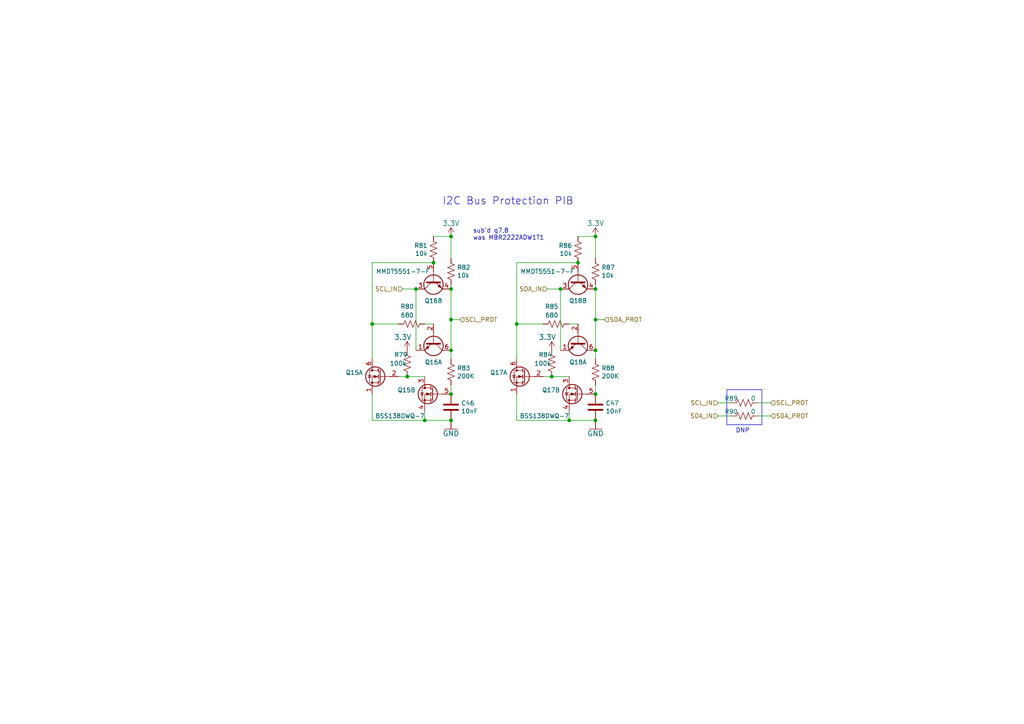
<source format=kicad_sch>
(kicad_sch (version 20230121) (generator eeschema)
  (paper "A4")
  (title_block (company "Sierra Lobo INC"))
  (lib_symbols
    (symbol "Device:C" (pin_numbers hide) (pin_names (offset 0.254))
      (property "Reference" "C" (at 0.635 2.54 0))
      (property "Value" "C" (at 0.635 -2.54 0))
      (symbol "C_0_1"
        (polyline (pts (xy -2.032 -0.762) (xy 2.032 -0.762)) (stroke (width 0.508)))
        (polyline (pts (xy -2.032 0.762) (xy 2.032 0.762)) (stroke (width 0.508)))
      )
      (symbol "C_1_1"
        (pin passive line (at 0 3.81 270) (length 2.794) (name "~") (number "1"))
        (pin passive line (at 0 -3.81 90) (length 2.794) (name "~") (number "2"))
      )
    )
    (symbol "Device:R_US" (pin_numbers hide) (pin_names (offset 0))
      (property "Reference" "R" (at 2.54 0 90))
      (property "Value" "R_US" (at -2.54 0 90))
      (symbol "R_US_0_1"
        (polyline (pts (xy 0 -2.286) (xy 0 -2.54)))
        (polyline (pts (xy 0 2.286) (xy 0 2.54)))
        (polyline (pts (xy 0 -0.762) (xy 1.016 -1.143) (xy 0 -1.524) (xy -1.016 -1.905) (xy 0 -2.286)))
        (polyline (pts (xy 0 0.762) (xy 1.016 0.381) (xy 0 0) (xy -1.016 -0.381) (xy 0 -0.762)))
        (polyline (pts (xy 0 2.286) (xy 1.016 1.905) (xy 0 1.524) (xy -1.016 1.143) (xy 0 0.762)))
      )
      (symbol "R_US_1_1"
        (pin passive line (at 0 3.81 270) (length 1.27) (name "~") (number "1"))
        (pin passive line (at 0 -3.81 90) (length 1.27) (name "~") (number "2"))
      )
    )
    (symbol "mainboard-rescue:MBT2222ADW1T1-Transistor_BJT-mainboard-rescue" (pin_names (offset 0) hide)
      (property "Reference" "Q" (at 5.08 1.27 0))
      (property "Value" "MBT2222ADW1T1-Transistor_BJT-mainboard-rescue" (at 5.08 -1.27 0))
      (symbol "MBT2222ADW1T1-Transistor_BJT-mainboard-rescue_0_1"
        (polyline (pts (xy 0.635 0) (xy -2.54 0)))
        (polyline (pts (xy 0.635 0.635) (xy 2.54 2.54)))
        (polyline (pts (xy 0.635 -0.635) (xy 2.54 -2.54) (xy 2.54 -2.54)))
        (polyline (pts (xy 0.635 1.905) (xy 0.635 -1.905) (xy 0.635 -1.905)) (stroke (width 0.508)))
        (polyline (pts (xy 1.27 -1.778) (xy 1.778 -1.27) (xy 2.286 -2.286) (xy 1.27 -1.778) (xy 1.27 -1.778)) (fill (type outline)))
        (circle (center 1.27 0) (radius 2.8194) (stroke (width 0.254)))
      )
      (symbol "MBT2222ADW1T1-Transistor_BJT-mainboard-rescue_1_1"
        (pin passive line (at 2.54 -5.08 90) (length 2.54) (name "E1") (number "1"))
        (pin input line (at -5.08 0 0) (length 2.54) (name "B1") (number "2"))
        (pin passive line (at 2.54 5.08 270) (length 2.54) (name "C1") (number "6"))
      )
      (symbol "MBT2222ADW1T1-Transistor_BJT-mainboard-rescue_2_1"
        (pin passive line (at 2.54 5.08 270) (length 2.54) (name "C2") (number "3"))
        (pin passive line (at 2.54 -5.08 90) (length 2.54) (name "E2") (number "4"))
        (pin input line (at -5.08 0 0) (length 2.54) (name "B2") (number "5"))
      )
    )
    (symbol "mainboard:3.3V" (power) (pin_names (offset 1.016))
      (property "Value" "3.3V" (at -1.016 3.556 0))
      (symbol "3.3V_1_0"
        (polyline (pts (xy 0 2.54) (xy -0.762 1.27)))
        (polyline (pts (xy 0.762 1.27) (xy 0 2.54)))
        (pin power_in line (at 0 0 90) (length 2.54) (name "3.3V") (number "1"))
      )
    )
    (symbol "mainboard:BSS138DWQ-7" (pin_names (offset 0.762) hide)
      (property "Reference" "Q" (at -2.54 5.08 0))
      (property "Value" "BSS138DWQ-7" (at 3.81 6.35 0))
      (symbol "BSS138DWQ-7_1_1"
        (polyline (pts (xy -1.016 0) (xy -3.81 0)))
        (polyline (pts (xy -1.016 1.905) (xy -1.016 -1.905)) (stroke (width 0.254)))
        (polyline (pts (xy -0.508 -1.27) (xy -0.508 -2.286)) (stroke (width 0.254)))
        (polyline (pts (xy -0.508 0.508) (xy -0.508 -0.508)) (stroke (width 0.254)))
        (polyline (pts (xy -0.508 2.286) (xy -0.508 1.27)) (stroke (width 0.254)))
        (polyline (pts (xy 1.27 2.54) (xy 1.27 1.778)))
        (polyline (pts (xy 1.27 -2.54) (xy 1.27 0) (xy -0.508 0)))
        (polyline (pts (xy -0.508 -1.778) (xy 2.032 -1.778) (xy 2.032 1.778) (xy -0.508 1.778)))
        (polyline (pts (xy -0.254 0) (xy 0.762 0.381) (xy 0.762 -0.381) (xy -0.254 0)) (fill (type outline)))
        (polyline (pts (xy 1.524 0.508) (xy 1.651 0.381) (xy 2.413 0.381) (xy 2.54 0.254)))
        (polyline (pts (xy 2.032 0.381) (xy 1.651 -0.254) (xy 2.413 -0.254) (xy 2.032 0.381)))
        (circle (center 0.381 0) (radius 2.794) (stroke (width 0.254)))
        (circle (center 1.27 -1.778) (radius 0.254) (fill (type outline)))
        (circle (center 1.27 1.778) (radius 0.254) (fill (type outline)))
        (pin passive line (at 1.27 -5.08 90) (length 2.54) (name "S2") (number "1"))
        (pin input line (at -6.35 0 0) (length 2.54) (name "G2") (number "2"))
        (pin passive line (at 1.27 5.08 270) (length 2.54) (name "D1") (number "6"))
      )
      (symbol "BSS138DWQ-7_2_1"
        (polyline (pts (xy -1.016 0) (xy -3.81 0)))
        (polyline (pts (xy -1.016 1.905) (xy -1.016 -1.905)) (stroke (width 0.254)))
        (polyline (pts (xy -0.508 -1.27) (xy -0.508 -2.286)) (stroke (width 0.254)))
        (polyline (pts (xy -0.508 0.508) (xy -0.508 -0.508)) (stroke (width 0.254)))
        (polyline (pts (xy -0.508 2.286) (xy -0.508 1.27)) (stroke (width 0.254)))
        (polyline (pts (xy 1.27 2.54) (xy 1.27 1.778)))
        (polyline (pts (xy 1.27 -2.54) (xy 1.27 0) (xy -0.508 0)))
        (polyline (pts (xy -0.508 -1.778) (xy 2.032 -1.778) (xy 2.032 1.778) (xy -0.508 1.778)))
        (polyline (pts (xy -0.254 0) (xy 0.762 0.381) (xy 0.762 -0.381) (xy -0.254 0)) (fill (type outline)))
        (polyline (pts (xy 1.524 0.508) (xy 1.651 0.381) (xy 2.413 0.381) (xy 2.54 0.254)))
        (polyline (pts (xy 2.032 0.381) (xy 1.651 -0.254) (xy 2.413 -0.254) (xy 2.032 0.381)))
        (circle (center 0.381 0) (radius 2.794) (stroke (width 0.254)))
        (circle (center 1.27 -1.778) (radius 0.254) (fill (type outline)))
        (circle (center 1.27 1.778) (radius 0.254) (fill (type outline)))
        (pin passive line (at 1.27 5.08 270) (length 2.54) (name "D2") (number "3"))
        (pin passive line (at 1.27 -5.08 90) (length 2.54) (name "S1") (number "4"))
        (pin input line (at -6.35 0 0) (length 2.54) (name "G1") (number "5"))
      )
    )
    (symbol "mainboard:GND" (power) (pin_names (offset 1.016))
      (property "Value" "GND" (at -2.54 -2.54 0))
      (symbol "GND_1_0"
        (polyline (pts (xy -1.905 0) (xy 1.905 0)))
        (pin power_in line (at 0 2.54 270) (length 2.54) (name "GND") (number "1"))
      )
    )
  )
  (junction (at 120.65 83.82))
  (junction (at 172.72 121.92))
  (junction (at 118.11 109.22))
  (junction (at 130.81 114.3))
  (junction (at 149.86 93.98))
  (junction (at 172.72 92.71))
  (junction (at 172.72 114.3))
  (junction (at 107.95 93.98))
  (junction (at 125.73 76.2))
  (junction (at 167.64 76.2))
  (junction (at 130.81 92.71))
  (junction (at 172.72 101.6))
  (junction (at 123.19 121.92))
  (junction (at 165.1 121.92))
  (junction (at 172.72 68.58))
  (junction (at 130.81 101.6))
  (junction (at 172.72 83.82))
  (junction (at 130.81 68.58))
  (junction (at 130.81 121.92))
  (junction (at 130.81 83.82))
  (junction (at 162.56 83.82))
  (junction (at 160.02 109.22))
  (wire (pts (xy 219.71 116.84) (xy 223.52 116.84)))
  (wire (pts (xy 130.81 104.14) (xy 130.81 101.6)))
  (wire (pts (xy 123.19 121.92) (xy 130.81 121.92)))
  (wire (pts (xy 149.86 93.98) (xy 157.48 93.98)))
  (wire (pts (xy 160.02 109.22) (xy 157.48 109.22)))
  (wire (pts (xy 130.81 82.55) (xy 130.81 83.82)))
  (wire (pts (xy 149.86 76.2) (xy 167.64 76.2)))
  (wire (pts (xy 172.72 104.14) (xy 172.72 101.6)))
  (wire (pts (xy 149.86 93.98) (xy 149.86 76.2)))
  (polyline (pts (xy 210.82 113.03) (xy 210.82 123.19)))
  (wire (pts (xy 172.72 101.6) (xy 172.72 92.71)))
  (wire (pts (xy 172.72 82.55) (xy 172.72 83.82)))
  (wire (pts (xy 149.86 104.14) (xy 149.86 93.98)))
  (wire (pts (xy 123.19 109.22) (xy 118.11 109.22)))
  (wire (pts (xy 162.56 83.82) (xy 162.56 101.6)))
  (wire (pts (xy 175.26 92.71) (xy 172.72 92.71)))
  (wire (pts (xy 107.95 93.98) (xy 115.57 93.98)))
  (wire (pts (xy 130.81 101.6) (xy 130.81 92.71)))
  (polyline (pts (xy 210.82 113.03) (xy 220.98 113.03)))
  (wire (pts (xy 149.86 121.92) (xy 165.1 121.92)))
  (wire (pts (xy 120.65 83.82) (xy 120.65 101.6)))
  (wire (pts (xy 107.95 121.92) (xy 123.19 121.92)))
  (wire (pts (xy 130.81 92.71) (xy 130.81 83.82)))
  (wire (pts (xy 158.75 83.82) (xy 162.56 83.82)))
  (wire (pts (xy 133.35 92.71) (xy 130.81 92.71)))
  (polyline (pts (xy 220.98 123.19) (xy 220.98 113.03)))
  (wire (pts (xy 118.11 109.22) (xy 115.57 109.22)))
  (wire (pts (xy 167.64 93.98) (xy 165.1 93.98)))
  (wire (pts (xy 172.72 68.58) (xy 172.72 74.93)))
  (wire (pts (xy 107.95 76.2) (xy 125.73 76.2)))
  (wire (pts (xy 208.28 116.84) (xy 212.09 116.84)))
  (wire (pts (xy 107.95 93.98) (xy 107.95 76.2)))
  (wire (pts (xy 130.81 111.76) (xy 130.81 114.3)))
  (wire (pts (xy 107.95 104.14) (xy 107.95 93.98)))
  (wire (pts (xy 219.71 120.65) (xy 223.52 120.65)))
  (wire (pts (xy 107.95 114.3) (xy 107.95 121.92)))
  (wire (pts (xy 172.72 92.71) (xy 172.72 83.82)))
  (wire (pts (xy 165.1 121.92) (xy 172.72 121.92)))
  (wire (pts (xy 125.73 93.98) (xy 123.19 93.98)))
  (polyline (pts (xy 210.82 123.19) (xy 220.98 123.19)))
  (wire (pts (xy 130.81 68.58) (xy 125.73 68.58)))
  (wire (pts (xy 172.72 68.58) (xy 167.64 68.58)))
  (wire (pts (xy 165.1 109.22) (xy 160.02 109.22)))
  (wire (pts (xy 149.86 114.3) (xy 149.86 121.92)))
  (wire (pts (xy 172.72 111.76) (xy 172.72 114.3)))
  (wire (pts (xy 130.81 74.93) (xy 130.81 68.58)))
  (wire (pts (xy 116.84 83.82) (xy 120.65 83.82)))
  (wire (pts (xy 208.28 120.65) (xy 212.09 120.65)))
  (wire (pts (xy 165.1 119.38) (xy 165.1 121.92)))
  (wire (pts (xy 123.19 119.38) (xy 123.19 121.92)))
  (text "sub'd q7,8\nwas MBR2222ADW1T1" (at 137.16 69.85 0) (effects (font (size 1.27 1.27)) (justify left bottom)))
  (text "DNP" (at 213.36 125.73 0) (effects (font (size 1.27 1.27)) (justify left bottom)))
  (text "I2C Bus Protection PIB" (at 128.27 59.69 0) (effects (font (size 2.159 2.159)) (justify left bottom)))
  (hierarchical_label "SCL_IN" (shape input) (at 116.84 83.82 180))
  (hierarchical_label "SDA_IN" (shape input) (at 208.28 120.65 180))
  (hierarchical_label "SDA_PROT" (shape input) (at 175.26 92.71 0))
  (hierarchical_label "SDA_PROT" (shape input) (at 223.52 120.65 0))
  (hierarchical_label "SCL_PROT" (shape input) (at 133.35 92.71 0))
  (hierarchical_label "SCL_PROT" (shape input) (at 223.52 116.84 0))
  (hierarchical_label "SCL_IN" (shape input) (at 208.28 116.84 180))
  (hierarchical_label "SDA_IN" (shape input) (at 158.75 83.82 180))
  (symbol (lib_id "Device:R_US") (at 172.72 78.74 0) (unit 1)
    (property "Reference" "R87" (at 174.4472 77.5716 0) (effects (justify left)))
    (property "Value" "10k" (at 174.4472 79.883 0) (effects (justify left)))
    (property "Footprint" "Resistor_SMD:R_0603_1608Metric" (effects hide))
    (instances (project "FP Interface Card" (path "" (reference "R87") (unit 1)) (path "" (reference "R64") (unit 1))))
  )
  (symbol (lib_id "mainboard:BSS138DWQ-7") (at 166.37 114.3 0) (mirror y) (unit 2)
    (property "Reference" "Q17" (at 162.433 113.1316 0) (effects (justify left)))
    (property "Value" "BSS138DWQ-7" (effects hide))
    (property "Footprint" "Package_TO_SOT_SMD:SOT-363_SC-70-6" (effects hide))
    (property "Datasheet" "https://www.diodes.com/assets/Datasheets/BSS138DWQ.pdf" (effects hide))
    (instances (project "FP Interface Card" (path "" (reference "Q17") (unit 2)) (path "" (reference "Q13") (unit 2))))
  )
  (symbol (lib_id "Device:C") (at 130.81 118.11 0) (unit 1)
    (property "Reference" "C46" (at 133.731 116.9416 0) (effects (justify left)))
    (property "Value" "10nF" (at 133.731 119.253 0) (effects (justify left)))
    (property "Footprint" "Capacitor_SMD:C_0603_1608Metric" (effects hide))
    (instances (project "FP Interface Card" (path "" (reference "C46") (unit 1)) (path "" (reference "C33") (unit 1))))
  )
  (symbol (lib_id "mainboard-rescue:MBT2222ADW1T1-Transistor_BJT-mainboard-rescue") (at 125.73 99.06 270) (unit 1)
    (property "Reference" "Q16" (at 125.73 105.0544 90))
    (property "Value" "MMDT5551-7-F" (effects hide))
    (property "Footprint" "Package_TO_SOT_SMD:SOT-363_SC-70-6" (effects hide))
    (instances (project "FP Interface Card" (path "" (reference "Q16") (unit 1)) (path "" (reference "Q12") (unit 1))))
  )
  (symbol (lib_id "Device:R_US") (at 119.38 93.98 270) (unit 1)
    (property "Reference" "R80" (at 118.11 88.9 90))
    (property "Value" "680" (at 118.11 91.44 90))
    (property "Footprint" "Resistor_SMD:R_0603_1608Metric" (effects hide))
    (instances (project "FP Interface Card" (path "" (reference "R80") (unit 1)) (path "" (reference "R57") (unit 1))))
  )
  (symbol (lib_id "Device:R_US") (at 130.81 78.74 0) (unit 1)
    (property "Reference" "R82" (at 132.5372 77.5716 0) (effects (justify left)))
    (property "Value" "10k" (at 132.5372 79.883 0) (effects (justify left)))
    (property "Footprint" "Resistor_SMD:R_0603_1608Metric" (effects hide))
    (instances (project "FP Interface Card" (path "" (reference "R82") (unit 1)) (path "" (reference "R59") (unit 1))))
  )
  (symbol (lib_id "Device:R_US") (at 130.81 107.95 0) (unit 1)
    (property "Reference" "R83" (at 132.5372 106.7816 0) (effects (justify left)))
    (property "Value" "200K" (at 132.5372 109.093 0) (effects (justify left)))
    (property "Footprint" "Resistor_SMD:R_0603_1608Metric" (effects hide))
    (instances (project "FP Interface Card" (path "" (reference "R83") (unit 1)) (path "" (reference "R60") (unit 1))))
  )
  (symbol (lib_id "Device:R_US") (at 125.73 72.39 0) (unit 1)
    (property "Reference" "R81" (at 124.0282 71.2216 0) (effects (justify right)))
    (property "Value" "10k" (at 124.0282 73.533 0) (effects (justify right)))
    (property "Footprint" "Resistor_SMD:R_0603_1608Metric" (effects hide))
    (instances (project "FP Interface Card" (path "" (reference "R81") (unit 1)) (path "" (reference "R58") (unit 1))))
  )
  (symbol (lib_id "mainboard:BSS138DWQ-7") (at 124.46 114.3 0) (mirror y) (unit 2)
    (property "Reference" "Q15" (at 120.523 113.1316 0) (effects (justify left)))
    (property "Value" "BSS138DWQ-7" (effects hide))
    (property "Footprint" "Package_TO_SOT_SMD:SOT-363_SC-70-6" (effects hide))
    (property "Datasheet" "https://www.diodes.com/assets/Datasheets/BSS138DWQ.pdf" (effects hide))
    (instances (project "FP Interface Card" (path "" (reference "Q15") (unit 2)) (path "" (reference "Q11") (unit 2))))
  )
  (symbol (lib_id "mainboard:BSS138DWQ-7") (at 109.22 109.22 0) (mirror y) (unit 1)
    (property "Reference" "Q15" (at 105.283 108.0516 0) (effects (justify left)))
    (property "Value" "BSS138DWQ-7" (at 123.19 120.65 0) (effects (justify left)))
    (property "Footprint" "Package_TO_SOT_SMD:SOT-363_SC-70-6" (effects hide))
    (property "Datasheet" "https://www.diodes.com/assets/Datasheets/BSS138DWQ.pdf" (effects hide))
    (instances (project "FP Interface Card" (path "" (reference "Q15") (unit 1)) (path "" (reference "Q11") (unit 1))))
  )
  (symbol (lib_id "mainboard-rescue:MBT2222ADW1T1-Transistor_BJT-mainboard-rescue") (at 167.64 81.28 90) (mirror x) (unit 2)
    (property "Reference" "Q18" (at 167.64 87.249 90))
    (property "Value" "MMDT5551-7-F" (at 158.75 78.74 90))
    (property "Footprint" "Package_TO_SOT_SMD:SOT-363_SC-70-6" (effects hide))
    (instances (project "FP Interface Card" (path "" (reference "Q18") (unit 2)) (path "" (reference "Q14") (unit 2))))
  )
  (symbol (lib_id "mainboard:BSS138DWQ-7") (at 151.13 109.22 0) (mirror y) (unit 1)
    (property "Reference" "Q17" (at 147.193 108.0516 0) (effects (justify left)))
    (property "Value" "BSS138DWQ-7" (at 165.1 120.65 0) (effects (justify left)))
    (property "Footprint" "Package_TO_SOT_SMD:SOT-363_SC-70-6" (effects hide))
    (property "Datasheet" "https://www.diodes.com/assets/Datasheets/BSS138DWQ.pdf" (effects hide))
    (instances (project "FP Interface Card" (path "" (reference "Q17") (unit 1)) (path "" (reference "Q13") (unit 1))))
  )
  (symbol (lib_id "mainboard-rescue:MBT2222ADW1T1-Transistor_BJT-mainboard-rescue") (at 167.64 99.06 270) (unit 1)
    (property "Reference" "Q18" (at 167.64 105.0544 90))
    (property "Value" "MMDT5551-7-F" (effects hide))
    (property "Footprint" "Package_TO_SOT_SMD:SOT-363_SC-70-6" (effects hide))
    (instances (project "FP Interface Card" (path "" (reference "Q18") (unit 1)) (path "" (reference "Q14") (unit 1))))
  )
  (symbol (lib_id "Device:R_US") (at 167.64 72.39 0) (unit 1)
    (property "Reference" "R86" (at 165.9382 71.2216 0) (effects (justify right)))
    (property "Value" "10k" (at 165.9382 73.533 0) (effects (justify right)))
    (property "Footprint" "Resistor_SMD:R_0603_1608Metric" (effects hide))
    (instances (project "FP Interface Card" (path "" (reference "R86") (unit 1)) (path "" (reference "R63") (unit 1))))
  )
  (symbol (lib_id "Device:R_US") (at 118.11 105.41 0) (unit 1)
    (property "Reference" "R79" (at 114.3 102.87 0) (effects (justify left)))
    (property "Value" "100k" (at 113.03 105.41 0) (effects (justify left)))
    (property "Footprint" "Resistor_SMD:R_0603_1608Metric" (effects hide))
    (instances (project "FP Interface Card" (path "" (reference "R79") (unit 1)) (path "" (reference "R56") (unit 1))))
  )
  (symbol (lib_id "Device:C") (at 172.72 118.11 0) (unit 1)
    (property "Reference" "C47" (at 175.641 116.9416 0) (effects (justify left)))
    (property "Value" "10nF" (at 175.641 119.253 0) (effects (justify left)))
    (property "Footprint" "Capacitor_SMD:C_0603_1608Metric" (effects hide))
    (instances (project "FP Interface Card" (path "" (reference "C47") (unit 1)) (path "" (reference "C34") (unit 1))))
  )
  (symbol (lib_id "mainboard:3.3V") (at 130.81 68.58 0) (unit 1)
    (property "Reference" "#P+06" (effects hide))
    (property "Value" "3.3V" (at 130.81 64.77 0) (effects (font (size 1.4986 1.4986))))
    (instances (project "FP Interface Card" (path "" (reference "#P+06") (unit 1)) (path "" (reference "#P+02") (unit 1))))
  )
  (symbol (lib_id "mainboard:3.3V") (at 160.02 101.6 0) (unit 1)
    (property "Reference" "#P+07" (effects hide))
    (property "Value" "3.3V" (at 158.75 97.79 0) (effects (font (size 1.4986 1.4986))))
    (instances (project "FP Interface Card" (path "" (reference "#P+07") (unit 1)) (path "" (reference "#P+03") (unit 1))))
  )
  (symbol (lib_id "mainboard:GND") (at 172.72 124.46 0) (unit 1)
    (property "Reference" "#GND04" (effects hide))
    (property "Value" "GND" (at 172.72 125.73 0) (effects (font (size 1.4986 1.4986))))
    (instances (project "FP Interface Card" (path "" (reference "#GND04") (unit 1)) (path "" (reference "#GND02") (unit 1))))
  )
  (symbol (lib_id "Device:R_US") (at 215.9 116.84 270) (unit 1)
    (property "Reference" "R89" (at 212.09 115.57 90))
    (property "Value" "0" (at 218.44 115.57 90))
    (property "Footprint" "Resistor_SMD:R_0603_1608Metric" (effects hide))
    (instances (project "FP Interface Card" (path "" (reference "R89") (unit 1)) (path "" (reference "R66") (unit 1))))
  )
  (symbol (lib_id "mainboard-rescue:MBT2222ADW1T1-Transistor_BJT-mainboard-rescue") (at 125.73 81.28 90) (mirror x) (unit 2)
    (property "Reference" "Q16" (at 125.73 87.249 90))
    (property "Value" "MMDT5551-7-F" (at 116.84 78.74 90))
    (property "Footprint" "Package_TO_SOT_SMD:SOT-363_SC-70-6" (effects hide))
    (instances (project "FP Interface Card" (path "" (reference "Q16") (unit 2)) (path "" (reference "Q12") (unit 2))))
  )
  (symbol (lib_id "Device:R_US") (at 215.9 120.65 270) (unit 1)
    (property "Reference" "R90" (at 212.09 119.38 90))
    (property "Value" "0" (at 218.44 119.38 90))
    (property "Footprint" "Resistor_SMD:R_0603_1608Metric" (effects hide))
    (instances (project "FP Interface Card" (path "" (reference "R90") (unit 1)) (path "" (reference "R67") (unit 1))))
  )
  (symbol (lib_id "Device:R_US") (at 160.02 105.41 0) (unit 1)
    (property "Reference" "R84" (at 156.21 102.87 0) (effects (justify left)))
    (property "Value" "100k" (at 154.94 105.41 0) (effects (justify left)))
    (property "Footprint" "Resistor_SMD:R_0603_1608Metric" (effects hide))
    (instances (project "FP Interface Card" (path "" (reference "R84") (unit 1)) (path "" (reference "R61") (unit 1))))
  )
  (symbol (lib_id "Device:R_US") (at 161.29 93.98 270) (unit 1)
    (property "Reference" "R85" (at 160.02 88.9 90))
    (property "Value" "680" (at 160.02 91.44 90))
    (property "Footprint" "Resistor_SMD:R_0603_1608Metric" (effects hide))
    (instances (project "FP Interface Card" (path "" (reference "R85") (unit 1)) (path "" (reference "R62") (unit 1))))
  )
  (symbol (lib_id "mainboard:3.3V") (at 118.11 101.6 0) (unit 1)
    (property "Reference" "#P+05" (effects hide))
    (property "Value" "3.3V" (at 116.84 97.79 0) (effects (font (size 1.4986 1.4986))))
    (instances (project "FP Interface Card" (path "" (reference "#P+05") (unit 1)) (path "" (reference "#P+01") (unit 1))))
  )
  (symbol (lib_id "mainboard:GND") (at 130.81 124.46 0) (unit 1)
    (property "Reference" "#GND03" (effects hide))
    (property "Value" "GND" (at 130.81 125.73 0) (effects (font (size 1.4986 1.4986))))
    (instances (project "FP Interface Card" (path "" (reference "#GND03") (unit 1)) (path "" (reference "#GND01") (unit 1))))
  )
  (symbol (lib_id "Device:R_US") (at 172.72 107.95 0) (unit 1)
    (property "Reference" "R88" (at 174.4472 106.7816 0) (effects (justify left)))
    (property "Value" "200K" (at 174.4472 109.093 0) (effects (justify left)))
    (property "Footprint" "Resistor_SMD:R_0603_1608Metric" (effects hide))
    (instances (project "FP Interface Card" (path "" (reference "R88") (unit 1)) (path "" (reference "R65") (unit 1))))
  )
  (symbol (lib_id "mainboard:3.3V") (at 172.72 68.58 0) (unit 1)
    (property "Reference" "#P+08" (effects hide))
    (property "Value" "3.3V" (at 172.72 64.77 0) (effects (font (size 1.4986 1.4986))))
    (instances (project "FP Interface Card" (path "" (reference "#P+08") (unit 1)) (path "" (reference "#P+04") (unit 1))))
  )
)
</source>
